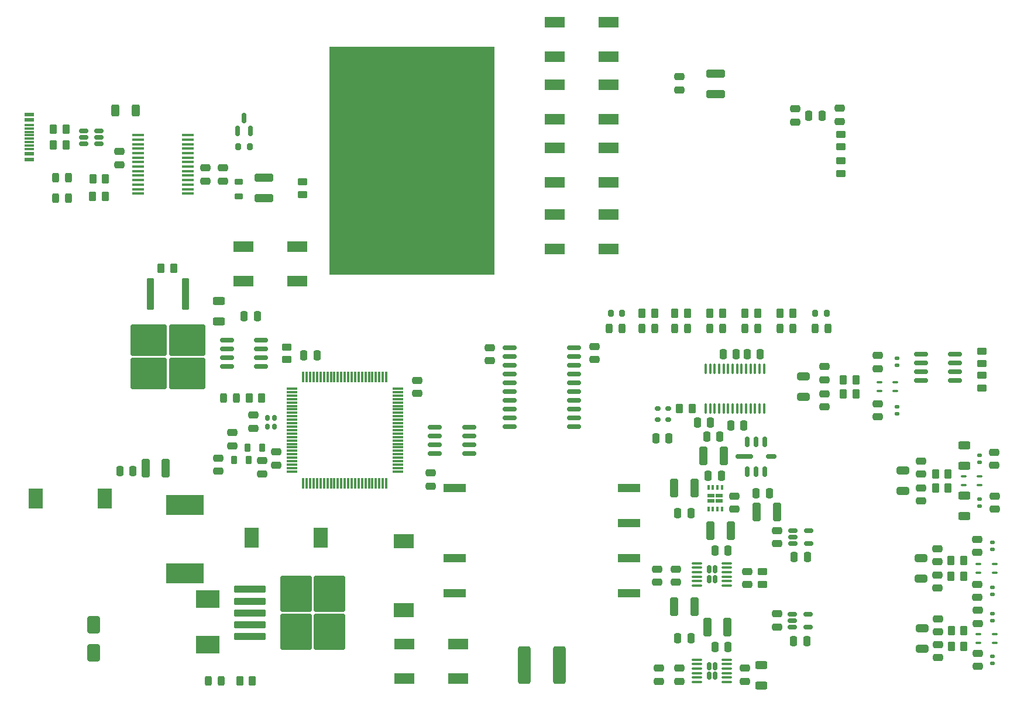
<source format=gtp>
G04 #@! TF.GenerationSoftware,KiCad,Pcbnew,8.0.4*
G04 #@! TF.CreationDate,2024-09-23T19:32:32+09:00*
G04 #@! TF.ProjectId,Solid Rocket Motor Test Station ver 2.0,536f6c69-6420-4526-9f63-6b6574204d6f,2.0*
G04 #@! TF.SameCoordinates,Original*
G04 #@! TF.FileFunction,Paste,Top*
G04 #@! TF.FilePolarity,Positive*
%FSLAX46Y46*%
G04 Gerber Fmt 4.6, Leading zero omitted, Abs format (unit mm)*
G04 Created by KiCad (PCBNEW 8.0.4) date 2024-09-23 19:32:32*
%MOMM*%
%LPD*%
G01*
G04 APERTURE LIST*
G04 Aperture macros list*
%AMRoundRect*
0 Rectangle with rounded corners*
0 $1 Rounding radius*
0 $2 $3 $4 $5 $6 $7 $8 $9 X,Y pos of 4 corners*
0 Add a 4 corners polygon primitive as box body*
4,1,4,$2,$3,$4,$5,$6,$7,$8,$9,$2,$3,0*
0 Add four circle primitives for the rounded corners*
1,1,$1+$1,$2,$3*
1,1,$1+$1,$4,$5*
1,1,$1+$1,$6,$7*
1,1,$1+$1,$8,$9*
0 Add four rect primitives between the rounded corners*
20,1,$1+$1,$2,$3,$4,$5,0*
20,1,$1+$1,$4,$5,$6,$7,0*
20,1,$1+$1,$6,$7,$8,$9,0*
20,1,$1+$1,$8,$9,$2,$3,0*%
G04 Aperture macros list end*
%ADD10RoundRect,0.250000X0.262500X0.450000X-0.262500X0.450000X-0.262500X-0.450000X0.262500X-0.450000X0*%
%ADD11RoundRect,0.250000X-0.475000X0.250000X-0.475000X-0.250000X0.475000X-0.250000X0.475000X0.250000X0*%
%ADD12RoundRect,0.250000X1.100000X-0.325000X1.100000X0.325000X-1.100000X0.325000X-1.100000X-0.325000X0*%
%ADD13RoundRect,0.250000X0.475000X-0.250000X0.475000X0.250000X-0.475000X0.250000X-0.475000X-0.250000X0*%
%ADD14RoundRect,0.250000X-0.450000X0.262500X-0.450000X-0.262500X0.450000X-0.262500X0.450000X0.262500X0*%
%ADD15RoundRect,0.135000X0.185000X-0.135000X0.185000X0.135000X-0.185000X0.135000X-0.185000X-0.135000X0*%
%ADD16RoundRect,0.250000X-0.650000X0.325000X-0.650000X-0.325000X0.650000X-0.325000X0.650000X0.325000X0*%
%ADD17RoundRect,0.243750X-0.243750X-0.456250X0.243750X-0.456250X0.243750X0.456250X-0.243750X0.456250X0*%
%ADD18RoundRect,0.250000X-0.325000X-1.100000X0.325000X-1.100000X0.325000X1.100000X-0.325000X1.100000X0*%
%ADD19RoundRect,0.250000X-0.262500X-0.450000X0.262500X-0.450000X0.262500X0.450000X-0.262500X0.450000X0*%
%ADD20RoundRect,0.250000X0.250000X0.475000X-0.250000X0.475000X-0.250000X-0.475000X0.250000X-0.475000X0*%
%ADD21RoundRect,0.167500X-0.167500X-0.407500X0.167500X-0.407500X0.167500X0.407500X-0.167500X0.407500X0*%
%ADD22RoundRect,0.100000X-0.625000X-0.100000X0.625000X-0.100000X0.625000X0.100000X-0.625000X0.100000X0*%
%ADD23R,3.000000X1.524000*%
%ADD24RoundRect,0.135000X-0.185000X0.135000X-0.185000X-0.135000X0.185000X-0.135000X0.185000X0.135000X0*%
%ADD25RoundRect,0.150000X-0.512500X-0.150000X0.512500X-0.150000X0.512500X0.150000X-0.512500X0.150000X0*%
%ADD26RoundRect,0.250000X0.625000X-0.312500X0.625000X0.312500X-0.625000X0.312500X-0.625000X-0.312500X0*%
%ADD27RoundRect,0.250000X-0.250000X-0.475000X0.250000X-0.475000X0.250000X0.475000X-0.250000X0.475000X0*%
%ADD28RoundRect,0.243750X0.243750X0.456250X-0.243750X0.456250X-0.243750X-0.456250X0.243750X-0.456250X0*%
%ADD29RoundRect,0.150000X0.150000X-0.587500X0.150000X0.587500X-0.150000X0.587500X-0.150000X-0.587500X0*%
%ADD30R,1.450000X0.600000*%
%ADD31R,1.450000X0.300000*%
%ADD32RoundRect,0.100000X0.300000X0.100000X-0.300000X0.100000X-0.300000X-0.100000X0.300000X-0.100000X0*%
%ADD33R,3.000000X2.000000*%
%ADD34R,3.200000X1.200000*%
%ADD35RoundRect,0.250000X0.325000X1.100000X-0.325000X1.100000X-0.325000X-1.100000X0.325000X-1.100000X0*%
%ADD36RoundRect,0.250000X0.450000X-0.262500X0.450000X0.262500X-0.450000X0.262500X-0.450000X-0.262500X0*%
%ADD37RoundRect,0.200000X0.200000X0.275000X-0.200000X0.275000X-0.200000X-0.275000X0.200000X-0.275000X0*%
%ADD38RoundRect,0.100000X-0.100000X0.637500X-0.100000X-0.637500X0.100000X-0.637500X0.100000X0.637500X0*%
%ADD39RoundRect,0.218750X-0.381250X0.218750X-0.381250X-0.218750X0.381250X-0.218750X0.381250X0.218750X0*%
%ADD40RoundRect,0.200000X-0.200000X-0.275000X0.200000X-0.275000X0.200000X0.275000X-0.200000X0.275000X0*%
%ADD41RoundRect,0.150000X-0.875000X-0.150000X0.875000X-0.150000X0.875000X0.150000X-0.875000X0.150000X0*%
%ADD42RoundRect,0.175000X-0.175000X0.225000X-0.175000X-0.225000X0.175000X-0.225000X0.175000X0.225000X0*%
%ADD43R,2.000000X3.000000*%
%ADD44RoundRect,0.175000X0.175000X0.575000X-0.175000X0.575000X-0.175000X-0.575000X0.175000X-0.575000X0*%
%ADD45RoundRect,0.175000X0.575000X0.175000X-0.575000X0.175000X-0.575000X-0.175000X0.575000X-0.175000X0*%
%ADD46RoundRect,0.175000X0.175000X-0.575000X0.175000X0.575000X-0.175000X0.575000X-0.175000X-0.575000X0*%
%ADD47RoundRect,0.175000X1.075000X0.175000X-1.075000X0.175000X-1.075000X-0.175000X1.075000X-0.175000X0*%
%ADD48RoundRect,0.150000X0.825000X0.150000X-0.825000X0.150000X-0.825000X-0.150000X0.825000X-0.150000X0*%
%ADD49RoundRect,0.250000X-0.300000X2.050000X-0.300000X-2.050000X0.300000X-2.050000X0.300000X2.050000X0*%
%ADD50RoundRect,0.250000X-2.375000X2.025000X-2.375000X-2.025000X2.375000X-2.025000X2.375000X2.025000X0*%
%ADD51R,1.000000X0.600000*%
%ADD52R,0.350000X0.650000*%
%ADD53R,24.000000X33.000000*%
%ADD54RoundRect,0.075000X-0.725000X-0.075000X0.725000X-0.075000X0.725000X0.075000X-0.725000X0.075000X0*%
%ADD55RoundRect,0.075000X-0.075000X-0.725000X0.075000X-0.725000X0.075000X0.725000X-0.075000X0.725000X0*%
%ADD56RoundRect,0.250000X-1.100000X0.325000X-1.100000X-0.325000X1.100000X-0.325000X1.100000X0.325000X0*%
%ADD57RoundRect,0.250000X-0.650000X1.000000X-0.650000X-1.000000X0.650000X-1.000000X0.650000X1.000000X0*%
%ADD58RoundRect,0.250000X0.650000X2.450000X-0.650000X2.450000X-0.650000X-2.450000X0.650000X-2.450000X0*%
%ADD59RoundRect,0.218750X-0.218750X-0.381250X0.218750X-0.381250X0.218750X0.381250X-0.218750X0.381250X0*%
%ADD60R,1.750000X0.450000*%
%ADD61RoundRect,0.250000X-0.312500X-0.625000X0.312500X-0.625000X0.312500X0.625000X-0.312500X0.625000X0*%
%ADD62R,5.400000X2.900000*%
%ADD63R,3.500000X2.500000*%
%ADD64RoundRect,0.250000X-2.050000X-0.300000X2.050000X-0.300000X2.050000X0.300000X-2.050000X0.300000X0*%
%ADD65RoundRect,0.250000X-2.025000X-2.375000X2.025000X-2.375000X2.025000X2.375000X-2.025000X2.375000X0*%
%ADD66RoundRect,0.162500X0.262500X-0.162500X0.262500X0.162500X-0.262500X0.162500X-0.262500X-0.162500X0*%
%ADD67RoundRect,0.250000X-0.625000X0.312500X-0.625000X-0.312500X0.625000X-0.312500X0.625000X0.312500X0*%
%ADD68RoundRect,0.218750X0.218750X0.381250X-0.218750X0.381250X-0.218750X-0.381250X0.218750X-0.381250X0*%
G04 APERTURE END LIST*
D10*
X114822800Y-93076000D03*
X112997800Y-93076000D03*
D11*
X216689800Y-112671000D03*
X216689800Y-114571000D03*
X184740200Y-136618000D03*
X184740200Y-138518000D03*
D12*
X127823000Y-82892000D03*
X127823000Y-79942000D03*
D13*
X202121600Y-145008000D03*
X202121600Y-143108000D03*
D14*
X131145400Y-104446200D03*
X131145400Y-106271200D03*
D15*
X231391800Y-127488500D03*
X231391800Y-126468500D03*
D16*
X205942200Y-108696200D03*
X205942200Y-111646200D03*
D17*
X177810800Y-101735000D03*
X179685800Y-101735000D03*
D13*
X222941800Y-122836000D03*
X222941800Y-120936000D03*
D11*
X187938200Y-150962600D03*
X187938200Y-152862600D03*
D13*
X160562600Y-106422800D03*
X160562600Y-104522800D03*
D18*
X110722800Y-121956000D03*
X113672800Y-121956000D03*
D11*
X150027800Y-109296000D03*
X150027800Y-111196000D03*
D19*
X182583300Y-99576000D03*
X184408300Y-99576000D03*
D20*
X126897800Y-99956000D03*
X124997800Y-99956000D03*
D11*
X204725600Y-69956200D03*
X204725600Y-71856200D03*
X187446000Y-136626000D03*
X187446000Y-138526000D03*
D21*
X192286000Y-136666000D03*
X192286000Y-138086000D03*
X193106000Y-136666000D03*
X193106000Y-138086000D03*
D22*
X190546000Y-135751000D03*
X190546000Y-136401000D03*
X190546000Y-137051000D03*
X190546000Y-137701000D03*
X190546000Y-138351000D03*
X190546000Y-139001000D03*
X194846000Y-139001000D03*
X194846000Y-138351000D03*
X194846000Y-137701000D03*
X194846000Y-137051000D03*
X194846000Y-136401000D03*
X194846000Y-135751000D03*
D11*
X233561800Y-119676000D03*
X233561800Y-121576000D03*
X231091800Y-138841000D03*
X231091800Y-140741000D03*
D23*
X124917000Y-94877000D03*
X132717000Y-94877000D03*
X124917000Y-89877000D03*
X132717000Y-89877000D03*
D24*
X219483800Y-106102500D03*
X219483800Y-107122500D03*
D11*
X231166800Y-148826000D03*
X231166800Y-150726000D03*
D25*
X101742700Y-73128200D03*
X101742700Y-74078200D03*
X101742700Y-75028200D03*
X104017700Y-75028200D03*
X104017700Y-74078200D03*
X104017700Y-73128200D03*
D13*
X121893000Y-80397800D03*
X121893000Y-78497800D03*
X197825600Y-138868000D03*
X197825600Y-136968000D03*
D26*
X121337800Y-100723000D03*
X121337800Y-97798000D03*
D13*
X175657800Y-106256000D03*
X175657800Y-104356000D03*
D23*
X169951800Y-90258500D03*
X177751800Y-90258500D03*
X169951800Y-85258500D03*
X177751800Y-85258500D03*
D27*
X192141800Y-123119700D03*
X194041800Y-123119700D03*
D28*
X99585000Y-82914000D03*
X97710000Y-82914000D03*
D29*
X124017800Y-73176000D03*
X125917800Y-73176000D03*
X124967800Y-71301000D03*
D11*
X106918800Y-76140600D03*
X106918800Y-78040600D03*
D27*
X184572600Y-117639200D03*
X186472600Y-117639200D03*
D26*
X229241800Y-121637800D03*
X229241800Y-118712800D03*
D20*
X108927000Y-122456000D03*
X107027000Y-122456000D03*
D11*
X127617800Y-120932000D03*
X127617800Y-122832000D03*
D30*
X93926000Y-70772000D03*
X93926000Y-71572000D03*
D31*
X93926000Y-72772000D03*
X93926000Y-73772000D03*
X93926000Y-74272000D03*
X93926000Y-75272000D03*
D30*
X93926000Y-76472000D03*
X93926000Y-77272000D03*
X93926000Y-77272000D03*
X93926000Y-76472000D03*
D31*
X93926000Y-75772000D03*
X93926000Y-74772000D03*
X93926000Y-73272000D03*
X93926000Y-72272000D03*
D30*
X93926000Y-71572000D03*
X93926000Y-70772000D03*
D20*
X197312600Y-115772800D03*
X195412600Y-115772800D03*
D27*
X193122200Y-133895200D03*
X195022200Y-133895200D03*
D13*
X231091800Y-134216000D03*
X231091800Y-132316000D03*
D32*
X219243800Y-110827000D03*
X219243800Y-109527000D03*
X216943800Y-109527000D03*
X216943800Y-110827000D03*
D33*
X148057800Y-132546000D03*
X148057800Y-142546000D03*
D19*
X97395700Y-72909800D03*
X99220700Y-72909800D03*
D34*
X155462600Y-124852800D03*
X155462600Y-135012800D03*
X155462600Y-140092800D03*
X180662600Y-140092800D03*
X180662600Y-135012800D03*
X180662600Y-129932800D03*
X180662600Y-124852800D03*
D19*
X227254300Y-137691000D03*
X229079300Y-137691000D03*
D26*
X199812600Y-153453200D03*
X199812600Y-150528200D03*
D10*
X104894000Y-82660000D03*
X103069000Y-82660000D03*
X126187800Y-152810200D03*
X124362800Y-152810200D03*
D20*
X206409200Y-147019600D03*
X204509200Y-147019600D03*
D17*
X119772800Y-152806000D03*
X121647800Y-152806000D03*
D11*
X202118500Y-131045200D03*
X202118500Y-132945200D03*
D35*
X194431400Y-120179200D03*
X191481400Y-120179200D03*
D14*
X200000600Y-137005500D03*
X200000600Y-138830500D03*
D19*
X227316800Y-145541000D03*
X229141800Y-145541000D03*
D36*
X211329600Y-79320000D03*
X211329600Y-77495000D03*
D16*
X222916800Y-135007800D03*
X222916800Y-137957800D03*
D20*
X208606800Y-70941800D03*
X206706800Y-70941800D03*
D37*
X125787800Y-75436000D03*
X124137800Y-75436000D03*
D19*
X225016800Y-122836000D03*
X226841800Y-122836000D03*
D24*
X231431800Y-120108500D03*
X231431800Y-121128500D03*
D38*
X200216600Y-107596200D03*
X199566600Y-107596200D03*
X198916600Y-107596200D03*
X198266600Y-107596200D03*
X197616600Y-107596200D03*
X196966600Y-107596200D03*
X196316600Y-107596200D03*
X195666600Y-107596200D03*
X195016600Y-107596200D03*
X194366600Y-107596200D03*
X193716600Y-107596200D03*
X193066600Y-107596200D03*
X192416600Y-107596200D03*
X191766600Y-107596200D03*
X191766600Y-113321200D03*
X192416600Y-113321200D03*
X193066600Y-113321200D03*
X193716600Y-113321200D03*
X194366600Y-113321200D03*
X195016600Y-113321200D03*
X195666600Y-113321200D03*
X196316600Y-113321200D03*
X196966600Y-113321200D03*
X197616600Y-113321200D03*
X198266600Y-113321200D03*
X198916600Y-113321200D03*
X199566600Y-113321200D03*
X200216600Y-113321200D03*
D32*
X233566800Y-137166000D03*
X233566800Y-135866000D03*
X231266800Y-135866000D03*
X231266800Y-137166000D03*
D13*
X119353000Y-80397800D03*
X119353000Y-78497800D03*
D17*
X192385800Y-101735000D03*
X194260800Y-101735000D03*
D39*
X124179000Y-80483300D03*
X124179000Y-82608300D03*
D40*
X178035800Y-99576000D03*
X179685800Y-99576000D03*
D17*
X197465800Y-101735000D03*
X199340800Y-101735000D03*
D41*
X163412600Y-104532800D03*
X163412600Y-105802800D03*
X163412600Y-107072800D03*
X163412600Y-108342800D03*
X163412600Y-109612800D03*
X163412600Y-110882800D03*
X163412600Y-112152800D03*
X163412600Y-113422800D03*
X163412600Y-114692800D03*
X163412600Y-115962800D03*
X172712600Y-115962800D03*
X172712600Y-114692800D03*
X172712600Y-113422800D03*
X172712600Y-112152800D03*
X172712600Y-110882800D03*
X172712600Y-109612800D03*
X172712600Y-108342800D03*
X172712600Y-107072800D03*
X172712600Y-105802800D03*
X172712600Y-104532800D03*
D19*
X192410800Y-99576000D03*
X194235800Y-99576000D03*
D13*
X233581800Y-127946000D03*
X233581800Y-126046000D03*
D19*
X187305800Y-99576000D03*
X189130800Y-99576000D03*
D15*
X219483800Y-114131000D03*
X219483800Y-113111000D03*
D27*
X133642600Y-105661600D03*
X135542600Y-105661600D03*
D13*
X225381800Y-145741000D03*
X225381800Y-143841000D03*
D19*
X197490800Y-99576000D03*
X199315800Y-99576000D03*
D42*
X128395800Y-114704000D03*
X128395800Y-116004000D03*
X129395800Y-116004000D03*
X129395800Y-114704000D03*
D43*
X104853800Y-126384000D03*
X94853800Y-126384000D03*
D44*
X197812600Y-122472800D03*
X199082600Y-122472800D03*
X200352600Y-122472800D03*
D45*
X201232600Y-120322800D03*
D46*
X200352600Y-118172800D03*
X199082600Y-118172800D03*
X197812600Y-118172800D03*
D47*
X197332600Y-120322800D03*
D48*
X127445000Y-107232600D03*
X127445000Y-105962600D03*
X127445000Y-104692600D03*
X127445000Y-103422600D03*
X122495000Y-103422600D03*
X122495000Y-104692600D03*
X122495000Y-105962600D03*
X122495000Y-107232600D03*
D49*
X116512800Y-96731000D03*
D50*
X116747800Y-103456000D03*
X111197800Y-103456000D03*
X116747800Y-108306000D03*
X111197800Y-108306000D03*
D49*
X111432800Y-96731000D03*
D40*
X207625800Y-99576000D03*
X209275800Y-99576000D03*
D13*
X208996300Y-109187000D03*
X208996300Y-107287000D03*
D17*
X182558300Y-101735000D03*
X184433300Y-101735000D03*
D18*
X187227800Y-124876000D03*
X190177800Y-124876000D03*
D13*
X211177200Y-71754600D03*
X211177200Y-69854600D03*
D19*
X202570800Y-99576000D03*
X204395800Y-99576000D03*
D27*
X193137400Y-147865200D03*
X195037400Y-147865200D03*
D13*
X225381800Y-149461000D03*
X225381800Y-147561000D03*
D32*
X231401800Y-124466000D03*
X231401800Y-123166000D03*
X229101800Y-123166000D03*
X229101800Y-124466000D03*
D13*
X197475800Y-152864000D03*
X197475800Y-150964000D03*
D51*
X193748200Y-125964500D03*
X192548200Y-125964500D03*
X193748200Y-126739500D03*
X192548200Y-126739500D03*
D52*
X194123200Y-124802000D03*
X193473200Y-124802000D03*
X192823200Y-124802000D03*
X192173200Y-124802000D03*
X192173200Y-127902000D03*
X192823200Y-127902000D03*
X193473200Y-127902000D03*
X194123200Y-127902000D03*
D48*
X227865800Y-109303000D03*
X227865800Y-108033000D03*
X227865800Y-106763000D03*
X227865800Y-105493000D03*
X222915800Y-105493000D03*
X222915800Y-106763000D03*
X222915800Y-108033000D03*
X222915800Y-109303000D03*
D15*
X233266800Y-150263500D03*
X233266800Y-149243500D03*
D53*
X149286600Y-77492400D03*
D19*
X211709800Y-111221000D03*
X213534800Y-111221000D03*
D18*
X199172600Y-128322800D03*
X202122600Y-128322800D03*
D54*
X131880800Y-110482000D03*
X131880800Y-110982000D03*
X131880800Y-111482000D03*
X131880800Y-111982000D03*
X131880800Y-112482000D03*
X131880800Y-112982000D03*
X131880800Y-113482000D03*
X131880800Y-113982000D03*
X131880800Y-114482000D03*
X131880800Y-114982000D03*
X131880800Y-115482000D03*
X131880800Y-115982000D03*
X131880800Y-116482000D03*
X131880800Y-116982000D03*
X131880800Y-117482000D03*
X131880800Y-117982000D03*
X131880800Y-118482000D03*
X131880800Y-118982000D03*
X131880800Y-119482000D03*
X131880800Y-119982000D03*
X131880800Y-120482000D03*
X131880800Y-120982000D03*
X131880800Y-121482000D03*
X131880800Y-121982000D03*
X131880800Y-122482000D03*
D55*
X133555800Y-124157000D03*
X134055800Y-124157000D03*
X134555800Y-124157000D03*
X135055800Y-124157000D03*
X135555800Y-124157000D03*
X136055800Y-124157000D03*
X136555800Y-124157000D03*
X137055800Y-124157000D03*
X137555800Y-124157000D03*
X138055800Y-124157000D03*
X138555800Y-124157000D03*
X139055800Y-124157000D03*
X139555800Y-124157000D03*
X140055800Y-124157000D03*
X140555800Y-124157000D03*
X141055800Y-124157000D03*
X141555800Y-124157000D03*
X142055800Y-124157000D03*
X142555800Y-124157000D03*
X143055800Y-124157000D03*
X143555800Y-124157000D03*
X144055800Y-124157000D03*
X144555800Y-124157000D03*
X145055800Y-124157000D03*
X145555800Y-124157000D03*
D54*
X147230800Y-122482000D03*
X147230800Y-121982000D03*
X147230800Y-121482000D03*
X147230800Y-120982000D03*
X147230800Y-120482000D03*
X147230800Y-119982000D03*
X147230800Y-119482000D03*
X147230800Y-118982000D03*
X147230800Y-118482000D03*
X147230800Y-117982000D03*
X147230800Y-117482000D03*
X147230800Y-116982000D03*
X147230800Y-116482000D03*
X147230800Y-115982000D03*
X147230800Y-115482000D03*
X147230800Y-114982000D03*
X147230800Y-114482000D03*
X147230800Y-113982000D03*
X147230800Y-113482000D03*
X147230800Y-112982000D03*
X147230800Y-112482000D03*
X147230800Y-111982000D03*
X147230800Y-111482000D03*
X147230800Y-110982000D03*
X147230800Y-110482000D03*
D55*
X145555800Y-108807000D03*
X145055800Y-108807000D03*
X144555800Y-108807000D03*
X144055800Y-108807000D03*
X143555800Y-108807000D03*
X143055800Y-108807000D03*
X142555800Y-108807000D03*
X142055800Y-108807000D03*
X141555800Y-108807000D03*
X141055800Y-108807000D03*
X140555800Y-108807000D03*
X140055800Y-108807000D03*
X139555800Y-108807000D03*
X139055800Y-108807000D03*
X138555800Y-108807000D03*
X138055800Y-108807000D03*
X137555800Y-108807000D03*
X137055800Y-108807000D03*
X136555800Y-108807000D03*
X136055800Y-108807000D03*
X135555800Y-108807000D03*
X135055800Y-108807000D03*
X134555800Y-108807000D03*
X134055800Y-108807000D03*
X133555800Y-108807000D03*
D56*
X193244800Y-64855000D03*
X193244800Y-67805000D03*
D10*
X127527800Y-111826000D03*
X125702800Y-111826000D03*
D14*
X231740800Y-105027000D03*
X231740800Y-106852000D03*
D11*
X195947800Y-126056000D03*
X195947800Y-127956000D03*
D10*
X104919000Y-80120000D03*
X103094000Y-80120000D03*
D20*
X199680600Y-105447200D03*
X197780600Y-105447200D03*
D27*
X190567000Y-115404000D03*
X192467000Y-115404000D03*
D19*
X211709800Y-109189000D03*
X213534800Y-109189000D03*
D23*
X169951800Y-80606500D03*
X177751800Y-80606500D03*
X169951800Y-75606500D03*
X177751800Y-75606500D03*
D57*
X103197800Y-144706000D03*
X103197800Y-148706000D03*
D36*
X133447800Y-82341000D03*
X133447800Y-80516000D03*
D18*
X192000400Y-145039400D03*
X194950400Y-145039400D03*
D58*
X170612600Y-150522800D03*
X165512600Y-150522800D03*
D13*
X225316800Y-139391000D03*
X225316800Y-137491000D03*
D23*
X169951800Y-71462500D03*
X177751800Y-71462500D03*
X169951800Y-66462500D03*
X177751800Y-66462500D03*
D35*
X195446000Y-131026000D03*
X192496000Y-131026000D03*
X190187800Y-142086000D03*
X187237800Y-142086000D03*
D16*
X223081800Y-145172800D03*
X223081800Y-148122800D03*
D14*
X231740800Y-108536000D03*
X231740800Y-110361000D03*
D13*
X231166800Y-144476000D03*
X231166800Y-142576000D03*
D48*
X157557800Y-119846000D03*
X157557800Y-118576000D03*
X157557800Y-117306000D03*
X157557800Y-116036000D03*
X152607800Y-116036000D03*
X152607800Y-117306000D03*
X152607800Y-118576000D03*
X152607800Y-119846000D03*
D10*
X189803100Y-113321200D03*
X187978100Y-113321200D03*
D59*
X125492800Y-119022000D03*
X127617800Y-119022000D03*
D60*
X116857000Y-82214800D03*
X116857000Y-81564800D03*
X116857000Y-80914800D03*
X116857000Y-80264800D03*
X116857000Y-79614800D03*
X116857000Y-78964800D03*
X116857000Y-78314800D03*
X116857000Y-77664800D03*
X116857000Y-77014800D03*
X116857000Y-76364800D03*
X116857000Y-75714800D03*
X116857000Y-75064800D03*
X116857000Y-74414800D03*
X116857000Y-73764800D03*
X109657000Y-73764800D03*
X109657000Y-74414800D03*
X109657000Y-75064800D03*
X109657000Y-75714800D03*
X109657000Y-76364800D03*
X109657000Y-77014800D03*
X109657000Y-77664800D03*
X109657000Y-78314800D03*
X109657000Y-78964800D03*
X109657000Y-79614800D03*
X109657000Y-80264800D03*
X109657000Y-80914800D03*
X109657000Y-81564800D03*
X109657000Y-82214800D03*
D11*
X121267800Y-120546000D03*
X121267800Y-122446000D03*
D13*
X222941800Y-126736000D03*
X222941800Y-124836000D03*
X216689800Y-107562500D03*
X216689800Y-105662500D03*
D17*
X187305800Y-101735000D03*
X189180800Y-101735000D03*
D21*
X192287000Y-150659200D03*
X192287000Y-152079200D03*
X193107000Y-150659200D03*
X193107000Y-152079200D03*
D22*
X190547000Y-149744200D03*
X190547000Y-150394200D03*
X190547000Y-151044200D03*
X190547000Y-151694200D03*
X190547000Y-152344200D03*
X190547000Y-152994200D03*
X194847000Y-152994200D03*
X194847000Y-152344200D03*
X194847000Y-151694200D03*
X194847000Y-151044200D03*
X194847000Y-150394200D03*
X194847000Y-149744200D03*
D24*
X233266800Y-132743500D03*
X233266800Y-133763500D03*
D13*
X225316800Y-135566000D03*
X225316800Y-133666000D03*
D19*
X225016800Y-124836000D03*
X226841800Y-124836000D03*
D20*
X189647800Y-146666000D03*
X187747800Y-146666000D03*
D61*
X106354000Y-70214000D03*
X109279000Y-70214000D03*
D11*
X123299800Y-116868000D03*
X123299800Y-118768000D03*
D17*
X202545800Y-101735000D03*
X204420800Y-101735000D03*
D19*
X227254300Y-135366000D03*
X229079300Y-135366000D03*
D13*
X129649800Y-121562000D03*
X129649800Y-119662000D03*
D20*
X193837800Y-117446000D03*
X191937800Y-117446000D03*
D24*
X233266800Y-143038500D03*
X233266800Y-144058500D03*
D62*
X116447800Y-137206000D03*
X116447800Y-127306000D03*
D28*
X99585000Y-79874000D03*
X97710000Y-79874000D03*
D19*
X97395700Y-75195800D03*
X99220700Y-75195800D03*
X227319300Y-147781000D03*
X229144300Y-147781000D03*
D63*
X119697800Y-140956000D03*
X119697800Y-147560000D03*
D27*
X187757800Y-128486000D03*
X189657800Y-128486000D03*
D64*
X125797800Y-139556000D03*
X125797800Y-141256000D03*
X125797800Y-142956000D03*
D65*
X132522800Y-140181000D03*
X132522800Y-145731000D03*
X137372800Y-140181000D03*
X137372800Y-145731000D03*
D64*
X125797800Y-144656000D03*
X125797800Y-146356000D03*
D23*
X169951800Y-62358500D03*
X177751800Y-62358500D03*
X169951800Y-57358500D03*
X177751800Y-57358500D03*
D66*
X184800600Y-114971200D03*
X186350600Y-114971200D03*
X186350600Y-113321200D03*
X184800600Y-113321200D03*
D17*
X122014800Y-111826000D03*
X123889800Y-111826000D03*
D11*
X126347800Y-114328000D03*
X126347800Y-116228000D03*
D23*
X155947800Y-147456000D03*
X148147800Y-147456000D03*
X155947800Y-152456000D03*
X148147800Y-152456000D03*
D32*
X233566800Y-147301000D03*
X233566800Y-146001000D03*
X231266800Y-146001000D03*
X231266800Y-147301000D03*
D20*
X206507700Y-134875600D03*
X204607700Y-134875600D03*
D13*
X185042600Y-152883000D03*
X185042600Y-150983000D03*
D15*
X233266800Y-140288500D03*
X233266800Y-139268500D03*
D67*
X229221800Y-126007800D03*
X229221800Y-128932800D03*
D68*
X125678800Y-120800000D03*
X123553800Y-120800000D03*
D20*
X196222600Y-105447200D03*
X194322600Y-105447200D03*
D13*
X209006300Y-113117000D03*
X209006300Y-111217000D03*
D25*
X204333800Y-143120400D03*
X204333800Y-144070400D03*
X204333800Y-145020400D03*
X206608800Y-145020400D03*
X206608800Y-143120400D03*
D36*
X211329600Y-75459200D03*
X211329600Y-73634200D03*
D13*
X151947800Y-124606000D03*
X151947800Y-122706000D03*
D16*
X220291800Y-122317800D03*
X220291800Y-125267800D03*
D27*
X199102600Y-125612800D03*
X201002600Y-125612800D03*
D11*
X187961600Y-65291800D03*
X187961600Y-67191800D03*
D43*
X126041800Y-132028000D03*
X136041800Y-132028000D03*
D25*
X204384600Y-131030000D03*
X204384600Y-131980000D03*
X204384600Y-132930000D03*
X206659600Y-132930000D03*
X206659600Y-131030000D03*
D17*
X207625800Y-101735000D03*
X209500800Y-101735000D03*
M02*

</source>
